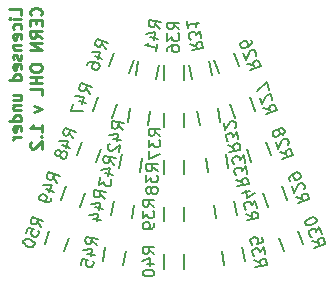
<source format=gbo>
G04 #@! TF.GenerationSoftware,KiCad,Pcbnew,5.0.2-bee76a0~70~ubuntu18.04.1*
G04 #@! TF.CreationDate,2019-07-24T00:54:38+02:00*
G04 #@! TF.ProjectId,DummyLoad,44756d6d-794c-46f6-9164-2e6b69636164,1.1*
G04 #@! TF.SameCoordinates,Original*
G04 #@! TF.FileFunction,Legend,Bot*
G04 #@! TF.FilePolarity,Positive*
%FSLAX46Y46*%
G04 Gerber Fmt 4.6, Leading zero omitted, Abs format (unit mm)*
G04 Created by KiCad (PCBNEW 5.0.2-bee76a0~70~ubuntu18.04.1) date Mi 24 Jul 2019 00:54:38 CEST*
%MOMM*%
%LPD*%
G01*
G04 APERTURE LIST*
%ADD10C,0.250000*%
%ADD11C,0.150000*%
G04 APERTURE END LIST*
D10*
X87077380Y-108119047D02*
X87077380Y-107642857D01*
X86077380Y-107642857D01*
X87077380Y-108452380D02*
X86410714Y-108452380D01*
X86077380Y-108452380D02*
X86125000Y-108404761D01*
X86172619Y-108452380D01*
X86125000Y-108500000D01*
X86077380Y-108452380D01*
X86172619Y-108452380D01*
X87029761Y-109357142D02*
X87077380Y-109261904D01*
X87077380Y-109071428D01*
X87029761Y-108976190D01*
X86982142Y-108928571D01*
X86886904Y-108880952D01*
X86601190Y-108880952D01*
X86505952Y-108928571D01*
X86458333Y-108976190D01*
X86410714Y-109071428D01*
X86410714Y-109261904D01*
X86458333Y-109357142D01*
X87029761Y-110166666D02*
X87077380Y-110071428D01*
X87077380Y-109880952D01*
X87029761Y-109785714D01*
X86934523Y-109738095D01*
X86553571Y-109738095D01*
X86458333Y-109785714D01*
X86410714Y-109880952D01*
X86410714Y-110071428D01*
X86458333Y-110166666D01*
X86553571Y-110214285D01*
X86648809Y-110214285D01*
X86744047Y-109738095D01*
X86410714Y-110642857D02*
X87077380Y-110642857D01*
X86505952Y-110642857D02*
X86458333Y-110690476D01*
X86410714Y-110785714D01*
X86410714Y-110928571D01*
X86458333Y-111023809D01*
X86553571Y-111071428D01*
X87077380Y-111071428D01*
X87029761Y-111500000D02*
X87077380Y-111595238D01*
X87077380Y-111785714D01*
X87029761Y-111880952D01*
X86934523Y-111928571D01*
X86886904Y-111928571D01*
X86791666Y-111880952D01*
X86744047Y-111785714D01*
X86744047Y-111642857D01*
X86696428Y-111547619D01*
X86601190Y-111500000D01*
X86553571Y-111500000D01*
X86458333Y-111547619D01*
X86410714Y-111642857D01*
X86410714Y-111785714D01*
X86458333Y-111880952D01*
X87029761Y-112738095D02*
X87077380Y-112642857D01*
X87077380Y-112452380D01*
X87029761Y-112357142D01*
X86934523Y-112309523D01*
X86553571Y-112309523D01*
X86458333Y-112357142D01*
X86410714Y-112452380D01*
X86410714Y-112642857D01*
X86458333Y-112738095D01*
X86553571Y-112785714D01*
X86648809Y-112785714D01*
X86744047Y-112309523D01*
X87077380Y-113642857D02*
X86077380Y-113642857D01*
X87029761Y-113642857D02*
X87077380Y-113547619D01*
X87077380Y-113357142D01*
X87029761Y-113261904D01*
X86982142Y-113214285D01*
X86886904Y-113166666D01*
X86601190Y-113166666D01*
X86505952Y-113214285D01*
X86458333Y-113261904D01*
X86410714Y-113357142D01*
X86410714Y-113547619D01*
X86458333Y-113642857D01*
X86410714Y-115309523D02*
X87077380Y-115309523D01*
X86410714Y-114880952D02*
X86934523Y-114880952D01*
X87029761Y-114928571D01*
X87077380Y-115023809D01*
X87077380Y-115166666D01*
X87029761Y-115261904D01*
X86982142Y-115309523D01*
X86410714Y-115785714D02*
X87077380Y-115785714D01*
X86505952Y-115785714D02*
X86458333Y-115833333D01*
X86410714Y-115928571D01*
X86410714Y-116071428D01*
X86458333Y-116166666D01*
X86553571Y-116214285D01*
X87077380Y-116214285D01*
X87077380Y-117119047D02*
X86077380Y-117119047D01*
X87029761Y-117119047D02*
X87077380Y-117023809D01*
X87077380Y-116833333D01*
X87029761Y-116738095D01*
X86982142Y-116690476D01*
X86886904Y-116642857D01*
X86601190Y-116642857D01*
X86505952Y-116690476D01*
X86458333Y-116738095D01*
X86410714Y-116833333D01*
X86410714Y-117023809D01*
X86458333Y-117119047D01*
X87029761Y-117976190D02*
X87077380Y-117880952D01*
X87077380Y-117690476D01*
X87029761Y-117595238D01*
X86934523Y-117547619D01*
X86553571Y-117547619D01*
X86458333Y-117595238D01*
X86410714Y-117690476D01*
X86410714Y-117880952D01*
X86458333Y-117976190D01*
X86553571Y-118023809D01*
X86648809Y-118023809D01*
X86744047Y-117547619D01*
X87077380Y-118452380D02*
X86410714Y-118452380D01*
X86601190Y-118452380D02*
X86505952Y-118500000D01*
X86458333Y-118547619D01*
X86410714Y-118642857D01*
X86410714Y-118738095D01*
X88732142Y-108166666D02*
X88779761Y-108119047D01*
X88827380Y-107976190D01*
X88827380Y-107880952D01*
X88779761Y-107738095D01*
X88684523Y-107642857D01*
X88589285Y-107595238D01*
X88398809Y-107547619D01*
X88255952Y-107547619D01*
X88065476Y-107595238D01*
X87970238Y-107642857D01*
X87875000Y-107738095D01*
X87827380Y-107880952D01*
X87827380Y-107976190D01*
X87875000Y-108119047D01*
X87922619Y-108166666D01*
X88303571Y-108595238D02*
X88303571Y-108928571D01*
X88827380Y-109071428D02*
X88827380Y-108595238D01*
X87827380Y-108595238D01*
X87827380Y-109071428D01*
X88827380Y-110071428D02*
X88351190Y-109738095D01*
X88827380Y-109500000D02*
X87827380Y-109500000D01*
X87827380Y-109880952D01*
X87875000Y-109976190D01*
X87922619Y-110023809D01*
X88017857Y-110071428D01*
X88160714Y-110071428D01*
X88255952Y-110023809D01*
X88303571Y-109976190D01*
X88351190Y-109880952D01*
X88351190Y-109500000D01*
X88827380Y-110500000D02*
X87827380Y-110500000D01*
X88827380Y-111071428D01*
X87827380Y-111071428D01*
X87827380Y-112500000D02*
X87827380Y-112690476D01*
X87875000Y-112785714D01*
X87970238Y-112880952D01*
X88160714Y-112928571D01*
X88494047Y-112928571D01*
X88684523Y-112880952D01*
X88779761Y-112785714D01*
X88827380Y-112690476D01*
X88827380Y-112500000D01*
X88779761Y-112404761D01*
X88684523Y-112309523D01*
X88494047Y-112261904D01*
X88160714Y-112261904D01*
X87970238Y-112309523D01*
X87875000Y-112404761D01*
X87827380Y-112500000D01*
X88827380Y-113357142D02*
X87827380Y-113357142D01*
X88303571Y-113357142D02*
X88303571Y-113928571D01*
X88827380Y-113928571D02*
X87827380Y-113928571D01*
X88827380Y-114880952D02*
X88827380Y-114404761D01*
X87827380Y-114404761D01*
X88160714Y-115880952D02*
X88827380Y-116119047D01*
X88160714Y-116357142D01*
X88827380Y-118023809D02*
X88827380Y-117452380D01*
X88827380Y-117738095D02*
X87827380Y-117738095D01*
X87970238Y-117642857D01*
X88065476Y-117547619D01*
X88113095Y-117452380D01*
X88732142Y-118452380D02*
X88779761Y-118500000D01*
X88827380Y-118452380D01*
X88779761Y-118404761D01*
X88732142Y-118452380D01*
X88827380Y-118452380D01*
X87922619Y-118880952D02*
X87875000Y-118928571D01*
X87827380Y-119023809D01*
X87827380Y-119261904D01*
X87875000Y-119357142D01*
X87922619Y-119404761D01*
X88017857Y-119452380D01*
X88113095Y-119452380D01*
X88255952Y-119404761D01*
X88827380Y-118833333D01*
X88827380Y-119452380D01*
D11*
G04 #@! TO.C,R26*
X103418819Y-111951456D02*
X103829243Y-113079087D01*
X105473705Y-112480552D02*
X105063281Y-111352921D01*
G04 #@! TO.C,R27*
X104786899Y-115710227D02*
X105197323Y-116837858D01*
X106841785Y-116239323D02*
X106431361Y-115111692D01*
G04 #@! TO.C,R28*
X108209866Y-119998093D02*
X107799442Y-118870462D01*
X106154980Y-119468997D02*
X106565404Y-120596628D01*
G04 #@! TO.C,R29*
X107523061Y-123227767D02*
X107933485Y-124355398D01*
X109577947Y-123756863D02*
X109167523Y-122629232D01*
G04 #@! TO.C,R30*
X110946027Y-127515634D02*
X110535603Y-126388003D01*
X108891141Y-126986538D02*
X109301565Y-128114169D01*
G04 #@! TO.C,R31*
X101291530Y-112363558D02*
X101499908Y-113545327D01*
X103223322Y-113241442D02*
X103014944Y-112059673D01*
G04 #@! TO.C,R32*
X103917914Y-117180673D02*
X103709536Y-115998904D01*
X101986122Y-116302789D02*
X102194500Y-117484558D01*
G04 #@! TO.C,R33*
X102680715Y-120242020D02*
X102889093Y-121423789D01*
X104612507Y-121119904D02*
X104404129Y-119938135D01*
G04 #@! TO.C,R34*
X105307100Y-125059135D02*
X105098722Y-123877366D01*
X103375308Y-124181251D02*
X103583686Y-125363020D01*
G04 #@! TO.C,R35*
X104069900Y-128120482D02*
X104278278Y-129302251D01*
X106001692Y-128998366D02*
X105793314Y-127816597D01*
G04 #@! TO.C,R36*
X100875000Y-113600000D02*
X100875000Y-112400000D01*
X99125000Y-112400000D02*
X99125000Y-113600000D01*
G04 #@! TO.C,R37*
X99125000Y-116400000D02*
X99125000Y-117600000D01*
X100875000Y-117600000D02*
X100875000Y-116400000D01*
G04 #@! TO.C,R38*
X100875000Y-121600000D02*
X100875000Y-120400000D01*
X99125000Y-120400000D02*
X99125000Y-121600000D01*
G04 #@! TO.C,R39*
X100875000Y-125600000D02*
X100875000Y-124400000D01*
X99125000Y-124400000D02*
X99125000Y-125600000D01*
G04 #@! TO.C,R40*
X100875000Y-129600000D02*
X100875000Y-128400000D01*
X99125000Y-128400000D02*
X99125000Y-129600000D01*
G04 #@! TO.C,R41*
X96985056Y-112059673D02*
X96776678Y-113241442D01*
X98500092Y-113545327D02*
X98708470Y-112363558D01*
G04 #@! TO.C,R42*
X97805500Y-117484558D02*
X98013878Y-116302789D01*
X96290464Y-115998904D02*
X96082086Y-117180673D01*
G04 #@! TO.C,R43*
X95595871Y-119938135D02*
X95387493Y-121119904D01*
X97110907Y-121423789D02*
X97319285Y-120242020D01*
G04 #@! TO.C,R44*
X96416314Y-125363020D02*
X96624692Y-124181251D01*
X94901278Y-123877366D02*
X94692900Y-125059135D01*
G04 #@! TO.C,R45*
X94206686Y-127816597D02*
X93998308Y-128998366D01*
X95721722Y-129302251D02*
X95930100Y-128120482D01*
G04 #@! TO.C,R46*
X96170757Y-113079087D02*
X96581181Y-111951456D01*
X94936719Y-111352921D02*
X94526295Y-112480552D01*
G04 #@! TO.C,R47*
X93568639Y-115111692D02*
X93158215Y-116239323D01*
X94802677Y-116837858D02*
X95213101Y-115710227D01*
G04 #@! TO.C,R48*
X93434596Y-120596628D02*
X93845020Y-119468997D01*
X92200558Y-118870462D02*
X91790134Y-119998093D01*
G04 #@! TO.C,R49*
X90832477Y-122629232D02*
X90422053Y-123756863D01*
X92066515Y-124355398D02*
X92476939Y-123227767D01*
G04 #@! TO.C,R50*
X90698435Y-128114169D02*
X91108859Y-126986538D01*
X89464397Y-126388003D02*
X89053973Y-127515634D01*
G04 #@! TO.C,R26*
X106214388Y-112256573D02*
X106775867Y-112406937D01*
X106409828Y-112793540D02*
X107349520Y-112451520D01*
X107219227Y-112093542D01*
X107141906Y-112020334D01*
X107080872Y-111991873D01*
X106975091Y-111979700D01*
X106840849Y-112028560D01*
X106767641Y-112105880D01*
X106739181Y-112166914D01*
X106727007Y-112272695D01*
X106857300Y-112630673D01*
X106934292Y-111589148D02*
X106962753Y-111528114D01*
X106974927Y-111422333D01*
X106893493Y-111198597D01*
X106816173Y-111125389D01*
X106755139Y-111096928D01*
X106649358Y-111084754D01*
X106559863Y-111117328D01*
X106441908Y-111210935D01*
X106100381Y-111943342D01*
X105888654Y-111361628D01*
X106535187Y-110214157D02*
X106600333Y-110393146D01*
X106588159Y-110498927D01*
X106559699Y-110559961D01*
X106458030Y-110698315D01*
X106295328Y-110808209D01*
X105937350Y-110938503D01*
X105831569Y-110926329D01*
X105770535Y-110897868D01*
X105693214Y-110824660D01*
X105628067Y-110645671D01*
X105640241Y-110539890D01*
X105668702Y-110478856D01*
X105741910Y-110401536D01*
X105965646Y-110320102D01*
X106071427Y-110332276D01*
X106132461Y-110360737D01*
X106209782Y-110433945D01*
X106274928Y-110612934D01*
X106262755Y-110718715D01*
X106234294Y-110779749D01*
X106161086Y-110857069D01*
G04 #@! TO.C,R27*
X107582468Y-116015344D02*
X108143947Y-116165708D01*
X107777908Y-116552311D02*
X108717600Y-116210291D01*
X108587307Y-115852313D01*
X108509986Y-115779105D01*
X108448952Y-115750644D01*
X108343171Y-115738471D01*
X108208929Y-115787331D01*
X108135721Y-115864651D01*
X108107261Y-115925685D01*
X108095087Y-116031466D01*
X108225380Y-116389444D01*
X108302372Y-115347919D02*
X108330833Y-115286885D01*
X108343007Y-115181104D01*
X108261573Y-114957368D01*
X108184253Y-114884160D01*
X108123219Y-114855699D01*
X108017438Y-114843525D01*
X107927943Y-114876099D01*
X107809988Y-114969706D01*
X107468461Y-115702113D01*
X107256734Y-115120399D01*
X108082420Y-114465148D02*
X107854407Y-113838686D01*
X107061294Y-114583431D01*
G04 #@! TO.C,R28*
X108950549Y-119774114D02*
X109512028Y-119924478D01*
X109145989Y-120311081D02*
X110085681Y-119969061D01*
X109955388Y-119611083D01*
X109878067Y-119537875D01*
X109817033Y-119509414D01*
X109711252Y-119497241D01*
X109577010Y-119546101D01*
X109503802Y-119623421D01*
X109475342Y-119684455D01*
X109463168Y-119790236D01*
X109593461Y-120148214D01*
X109670453Y-119106689D02*
X109698914Y-119045655D01*
X109711088Y-118939874D01*
X109629654Y-118716138D01*
X109552334Y-118642930D01*
X109491300Y-118614469D01*
X109385519Y-118602295D01*
X109296024Y-118634869D01*
X109178069Y-118728476D01*
X108836542Y-119460883D01*
X108624815Y-118879169D01*
X108966342Y-118146761D02*
X109043663Y-118219969D01*
X109104697Y-118248430D01*
X109210478Y-118260604D01*
X109255225Y-118244317D01*
X109328433Y-118166996D01*
X109356894Y-118105963D01*
X109369068Y-118000181D01*
X109303921Y-117821192D01*
X109226600Y-117747984D01*
X109165566Y-117719524D01*
X109059785Y-117707350D01*
X109015038Y-117723637D01*
X108941830Y-117800957D01*
X108913369Y-117861991D01*
X108901196Y-117967772D01*
X108966342Y-118146761D01*
X108954168Y-118252543D01*
X108925708Y-118313577D01*
X108852500Y-118390897D01*
X108673511Y-118456044D01*
X108567730Y-118443870D01*
X108506696Y-118415409D01*
X108429375Y-118342201D01*
X108364228Y-118163212D01*
X108376402Y-118057431D01*
X108404863Y-117996397D01*
X108478071Y-117919077D01*
X108657060Y-117853930D01*
X108762841Y-117866104D01*
X108823875Y-117894564D01*
X108901196Y-117967772D01*
G04 #@! TO.C,R29*
X110318630Y-123532884D02*
X110880109Y-123683248D01*
X110514070Y-124069851D02*
X111453762Y-123727831D01*
X111323469Y-123369853D01*
X111246148Y-123296645D01*
X111185114Y-123268184D01*
X111079333Y-123256011D01*
X110945091Y-123304871D01*
X110871883Y-123382191D01*
X110843423Y-123443225D01*
X110831249Y-123549006D01*
X110961542Y-123906984D01*
X111038534Y-122865459D02*
X111066995Y-122804425D01*
X111079169Y-122698644D01*
X110997735Y-122474908D01*
X110920415Y-122401700D01*
X110859381Y-122373239D01*
X110753600Y-122361065D01*
X110664105Y-122393639D01*
X110546150Y-122487246D01*
X110204623Y-123219653D01*
X109992896Y-122637939D01*
X109830029Y-122190466D02*
X109764883Y-122011477D01*
X109777057Y-121905696D01*
X109805517Y-121844662D01*
X109907186Y-121706307D01*
X110069888Y-121596413D01*
X110427866Y-121466120D01*
X110533647Y-121478294D01*
X110594681Y-121506754D01*
X110672002Y-121579962D01*
X110737149Y-121758951D01*
X110724975Y-121864733D01*
X110696514Y-121925766D01*
X110623306Y-122003087D01*
X110399570Y-122084520D01*
X110293789Y-122072347D01*
X110232755Y-122043886D01*
X110155434Y-121970678D01*
X110090287Y-121791689D01*
X110102461Y-121685908D01*
X110130922Y-121624874D01*
X110204130Y-121547553D01*
G04 #@! TO.C,R30*
X111686710Y-127291655D02*
X112248189Y-127442019D01*
X111882150Y-127828622D02*
X112821842Y-127486602D01*
X112691549Y-127128624D01*
X112614228Y-127055416D01*
X112553194Y-127026955D01*
X112447413Y-127014782D01*
X112313171Y-127063642D01*
X112239963Y-127140962D01*
X112211503Y-127201996D01*
X112199329Y-127307777D01*
X112329622Y-127665755D01*
X112512395Y-126636404D02*
X112300669Y-126054690D01*
X112056697Y-126498214D01*
X112007837Y-126363972D01*
X111930517Y-126290764D01*
X111869483Y-126262304D01*
X111763701Y-126250130D01*
X111539965Y-126331563D01*
X111466757Y-126408884D01*
X111438297Y-126469918D01*
X111426123Y-126575699D01*
X111523843Y-126844182D01*
X111601163Y-126917390D01*
X111662197Y-126945851D01*
X112088942Y-125472975D02*
X112056369Y-125383481D01*
X111979048Y-125310273D01*
X111918014Y-125281812D01*
X111812233Y-125269638D01*
X111616957Y-125290038D01*
X111393221Y-125371471D01*
X111230518Y-125481365D01*
X111157310Y-125558685D01*
X111128850Y-125619719D01*
X111116676Y-125725501D01*
X111149249Y-125814995D01*
X111226570Y-125888203D01*
X111287604Y-125916664D01*
X111393385Y-125928838D01*
X111588661Y-125908438D01*
X111812397Y-125827005D01*
X111975100Y-125717111D01*
X112048307Y-125639790D01*
X112076768Y-125578756D01*
X112088942Y-125472975D01*
G04 #@! TO.C,R31*
X101402603Y-110559722D02*
X101929442Y-110805302D01*
X101501831Y-111122470D02*
X102486638Y-110948821D01*
X102420487Y-110573657D01*
X102357053Y-110488134D01*
X102301889Y-110449508D01*
X102199829Y-110419150D01*
X102059142Y-110443957D01*
X101973619Y-110507390D01*
X101934993Y-110562555D01*
X101904635Y-110664615D01*
X101970787Y-111039780D01*
X102329528Y-110057805D02*
X102222032Y-109448162D01*
X101904750Y-109842583D01*
X101879943Y-109701896D01*
X101816509Y-109616374D01*
X101761345Y-109577747D01*
X101659284Y-109547390D01*
X101424806Y-109588734D01*
X101339284Y-109652168D01*
X101300658Y-109707332D01*
X101270300Y-109809393D01*
X101319914Y-110090766D01*
X101383347Y-110176289D01*
X101438512Y-110214915D01*
X101071845Y-108683898D02*
X101171072Y-109246645D01*
X101121459Y-108965272D02*
X102106266Y-108791624D01*
X101982117Y-108910222D01*
X101904864Y-109020551D01*
X101874506Y-109122611D01*
G04 #@! TO.C,R32*
X104541129Y-119145154D02*
X105067968Y-119390734D01*
X104640357Y-119707902D02*
X105625164Y-119534253D01*
X105559013Y-119159089D01*
X105495579Y-119073566D01*
X105440415Y-119034940D01*
X105338355Y-119004582D01*
X105197668Y-119029389D01*
X105112145Y-119092822D01*
X105073519Y-119147987D01*
X105043161Y-119250047D01*
X105109313Y-119625212D01*
X105468054Y-118643237D02*
X105360558Y-118033594D01*
X105043276Y-118428015D01*
X105018469Y-118287328D01*
X104955035Y-118201806D01*
X104899871Y-118163179D01*
X104797810Y-118132822D01*
X104563332Y-118174166D01*
X104477810Y-118237600D01*
X104439184Y-118292764D01*
X104408826Y-118394825D01*
X104458440Y-118676198D01*
X104521873Y-118761721D01*
X104577038Y-118800347D01*
X105200615Y-117674967D02*
X105239241Y-117619802D01*
X105269599Y-117517742D01*
X105228254Y-117283264D01*
X105164821Y-117197742D01*
X105109656Y-117159115D01*
X105007596Y-117128758D01*
X104913805Y-117145296D01*
X104781387Y-117216998D01*
X104317867Y-117878973D01*
X104210371Y-117269330D01*
G04 #@! TO.C,R33*
X105259035Y-122064848D02*
X105785874Y-122310428D01*
X105358263Y-122627596D02*
X106343070Y-122453947D01*
X106276919Y-122078783D01*
X106213485Y-121993260D01*
X106158321Y-121954634D01*
X106056261Y-121924276D01*
X105915574Y-121949083D01*
X105830051Y-122012516D01*
X105791425Y-122067681D01*
X105761067Y-122169741D01*
X105827219Y-122544906D01*
X106185960Y-121562931D02*
X106078464Y-120953288D01*
X105761182Y-121347709D01*
X105736375Y-121207022D01*
X105672941Y-121121500D01*
X105617777Y-121082873D01*
X105515716Y-121052516D01*
X105281238Y-121093860D01*
X105195716Y-121157294D01*
X105157090Y-121212458D01*
X105126732Y-121314519D01*
X105176346Y-121595892D01*
X105239779Y-121681415D01*
X105294944Y-121720041D01*
X106020581Y-120625019D02*
X105913085Y-120015376D01*
X105595802Y-120409797D01*
X105570996Y-120269110D01*
X105507562Y-120183588D01*
X105452397Y-120144961D01*
X105350337Y-120114603D01*
X105115859Y-120155948D01*
X105030337Y-120219382D01*
X104991710Y-120274546D01*
X104961353Y-120376606D01*
X105010966Y-120657980D01*
X105074400Y-120743502D01*
X105129564Y-120782129D01*
G04 #@! TO.C,R34*
X106075422Y-124967177D02*
X106602261Y-125212757D01*
X106174650Y-125529925D02*
X107159457Y-125356276D01*
X107093306Y-124981112D01*
X107029872Y-124895589D01*
X106974708Y-124856963D01*
X106872648Y-124826605D01*
X106731961Y-124851412D01*
X106646438Y-124914845D01*
X106607812Y-124970010D01*
X106577454Y-125072070D01*
X106643606Y-125447235D01*
X107002347Y-124465260D02*
X106894851Y-123855617D01*
X106577569Y-124250038D01*
X106552762Y-124109351D01*
X106489328Y-124023829D01*
X106434164Y-123985202D01*
X106332103Y-123954845D01*
X106097625Y-123996189D01*
X106012103Y-124059623D01*
X105973477Y-124114787D01*
X105943119Y-124216848D01*
X105992733Y-124498221D01*
X106056166Y-124583744D01*
X106111331Y-124622370D01*
X106417740Y-123069379D02*
X105761202Y-123185144D01*
X106834250Y-123237705D02*
X106172161Y-123596218D01*
X106064664Y-122986575D01*
G04 #@! TO.C,R35*
X106770014Y-128906408D02*
X107296853Y-129151988D01*
X106869242Y-129469156D02*
X107854049Y-129295507D01*
X107787898Y-128920343D01*
X107724464Y-128834820D01*
X107669300Y-128796194D01*
X107567240Y-128765836D01*
X107426553Y-128790643D01*
X107341030Y-128854076D01*
X107302404Y-128909241D01*
X107272046Y-129011301D01*
X107338198Y-129386466D01*
X107696939Y-128404491D02*
X107589443Y-127794848D01*
X107272161Y-128189269D01*
X107247354Y-128048582D01*
X107183920Y-127963060D01*
X107128756Y-127924433D01*
X107026695Y-127894076D01*
X106792217Y-127935420D01*
X106706695Y-127998854D01*
X106668069Y-128054018D01*
X106637711Y-128156079D01*
X106687325Y-128437452D01*
X106750758Y-128522975D01*
X106805923Y-128561601D01*
X107432332Y-126903831D02*
X107515022Y-127372788D01*
X107054335Y-127502373D01*
X107092962Y-127447208D01*
X107123319Y-127345148D01*
X107081975Y-127110670D01*
X107018541Y-127025148D01*
X106963376Y-126986521D01*
X106861316Y-126956163D01*
X106626838Y-126997508D01*
X106541316Y-127060942D01*
X106502689Y-127116106D01*
X106472332Y-127218166D01*
X106513676Y-127452645D01*
X106577110Y-127538167D01*
X106632275Y-127576793D01*
G04 #@! TO.C,R36*
X100452380Y-109357142D02*
X99976190Y-109023809D01*
X100452380Y-108785714D02*
X99452380Y-108785714D01*
X99452380Y-109166666D01*
X99500000Y-109261904D01*
X99547619Y-109309523D01*
X99642857Y-109357142D01*
X99785714Y-109357142D01*
X99880952Y-109309523D01*
X99928571Y-109261904D01*
X99976190Y-109166666D01*
X99976190Y-108785714D01*
X99452380Y-109690476D02*
X99452380Y-110309523D01*
X99833333Y-109976190D01*
X99833333Y-110119047D01*
X99880952Y-110214285D01*
X99928571Y-110261904D01*
X100023809Y-110309523D01*
X100261904Y-110309523D01*
X100357142Y-110261904D01*
X100404761Y-110214285D01*
X100452380Y-110119047D01*
X100452380Y-109833333D01*
X100404761Y-109738095D01*
X100357142Y-109690476D01*
X99452380Y-111166666D02*
X99452380Y-110976190D01*
X99500000Y-110880952D01*
X99547619Y-110833333D01*
X99690476Y-110738095D01*
X99880952Y-110690476D01*
X100261904Y-110690476D01*
X100357142Y-110738095D01*
X100404761Y-110785714D01*
X100452380Y-110880952D01*
X100452380Y-111071428D01*
X100404761Y-111166666D01*
X100357142Y-111214285D01*
X100261904Y-111261904D01*
X100023809Y-111261904D01*
X99928571Y-111214285D01*
X99880952Y-111166666D01*
X99833333Y-111071428D01*
X99833333Y-110880952D01*
X99880952Y-110785714D01*
X99928571Y-110738095D01*
X100023809Y-110690476D01*
G04 #@! TO.C,R37*
X98852380Y-118357142D02*
X98376190Y-118023809D01*
X98852380Y-117785714D02*
X97852380Y-117785714D01*
X97852380Y-118166666D01*
X97900000Y-118261904D01*
X97947619Y-118309523D01*
X98042857Y-118357142D01*
X98185714Y-118357142D01*
X98280952Y-118309523D01*
X98328571Y-118261904D01*
X98376190Y-118166666D01*
X98376190Y-117785714D01*
X97852380Y-118690476D02*
X97852380Y-119309523D01*
X98233333Y-118976190D01*
X98233333Y-119119047D01*
X98280952Y-119214285D01*
X98328571Y-119261904D01*
X98423809Y-119309523D01*
X98661904Y-119309523D01*
X98757142Y-119261904D01*
X98804761Y-119214285D01*
X98852380Y-119119047D01*
X98852380Y-118833333D01*
X98804761Y-118738095D01*
X98757142Y-118690476D01*
X97852380Y-119642857D02*
X97852380Y-120309523D01*
X98852380Y-119880952D01*
G04 #@! TO.C,R38*
X98652380Y-121357142D02*
X98176190Y-121023809D01*
X98652380Y-120785714D02*
X97652380Y-120785714D01*
X97652380Y-121166666D01*
X97700000Y-121261904D01*
X97747619Y-121309523D01*
X97842857Y-121357142D01*
X97985714Y-121357142D01*
X98080952Y-121309523D01*
X98128571Y-121261904D01*
X98176190Y-121166666D01*
X98176190Y-120785714D01*
X97652380Y-121690476D02*
X97652380Y-122309523D01*
X98033333Y-121976190D01*
X98033333Y-122119047D01*
X98080952Y-122214285D01*
X98128571Y-122261904D01*
X98223809Y-122309523D01*
X98461904Y-122309523D01*
X98557142Y-122261904D01*
X98604761Y-122214285D01*
X98652380Y-122119047D01*
X98652380Y-121833333D01*
X98604761Y-121738095D01*
X98557142Y-121690476D01*
X98080952Y-122880952D02*
X98033333Y-122785714D01*
X97985714Y-122738095D01*
X97890476Y-122690476D01*
X97842857Y-122690476D01*
X97747619Y-122738095D01*
X97700000Y-122785714D01*
X97652380Y-122880952D01*
X97652380Y-123071428D01*
X97700000Y-123166666D01*
X97747619Y-123214285D01*
X97842857Y-123261904D01*
X97890476Y-123261904D01*
X97985714Y-123214285D01*
X98033333Y-123166666D01*
X98080952Y-123071428D01*
X98080952Y-122880952D01*
X98128571Y-122785714D01*
X98176190Y-122738095D01*
X98271428Y-122690476D01*
X98461904Y-122690476D01*
X98557142Y-122738095D01*
X98604761Y-122785714D01*
X98652380Y-122880952D01*
X98652380Y-123071428D01*
X98604761Y-123166666D01*
X98557142Y-123214285D01*
X98461904Y-123261904D01*
X98271428Y-123261904D01*
X98176190Y-123214285D01*
X98128571Y-123166666D01*
X98080952Y-123071428D01*
G04 #@! TO.C,R39*
X98352380Y-124357142D02*
X97876190Y-124023809D01*
X98352380Y-123785714D02*
X97352380Y-123785714D01*
X97352380Y-124166666D01*
X97400000Y-124261904D01*
X97447619Y-124309523D01*
X97542857Y-124357142D01*
X97685714Y-124357142D01*
X97780952Y-124309523D01*
X97828571Y-124261904D01*
X97876190Y-124166666D01*
X97876190Y-123785714D01*
X97352380Y-124690476D02*
X97352380Y-125309523D01*
X97733333Y-124976190D01*
X97733333Y-125119047D01*
X97780952Y-125214285D01*
X97828571Y-125261904D01*
X97923809Y-125309523D01*
X98161904Y-125309523D01*
X98257142Y-125261904D01*
X98304761Y-125214285D01*
X98352380Y-125119047D01*
X98352380Y-124833333D01*
X98304761Y-124738095D01*
X98257142Y-124690476D01*
X98352380Y-125785714D02*
X98352380Y-125976190D01*
X98304761Y-126071428D01*
X98257142Y-126119047D01*
X98114285Y-126214285D01*
X97923809Y-126261904D01*
X97542857Y-126261904D01*
X97447619Y-126214285D01*
X97400000Y-126166666D01*
X97352380Y-126071428D01*
X97352380Y-125880952D01*
X97400000Y-125785714D01*
X97447619Y-125738095D01*
X97542857Y-125690476D01*
X97780952Y-125690476D01*
X97876190Y-125738095D01*
X97923809Y-125785714D01*
X97971428Y-125880952D01*
X97971428Y-126071428D01*
X97923809Y-126166666D01*
X97876190Y-126214285D01*
X97780952Y-126261904D01*
G04 #@! TO.C,R40*
X98352380Y-128357142D02*
X97876190Y-128023809D01*
X98352380Y-127785714D02*
X97352380Y-127785714D01*
X97352380Y-128166666D01*
X97400000Y-128261904D01*
X97447619Y-128309523D01*
X97542857Y-128357142D01*
X97685714Y-128357142D01*
X97780952Y-128309523D01*
X97828571Y-128261904D01*
X97876190Y-128166666D01*
X97876190Y-127785714D01*
X97685714Y-129214285D02*
X98352380Y-129214285D01*
X97304761Y-128976190D02*
X98019047Y-128738095D01*
X98019047Y-129357142D01*
X97352380Y-129928571D02*
X97352380Y-130023809D01*
X97400000Y-130119047D01*
X97447619Y-130166666D01*
X97542857Y-130214285D01*
X97733333Y-130261904D01*
X97971428Y-130261904D01*
X98161904Y-130214285D01*
X98257142Y-130166666D01*
X98304761Y-130119047D01*
X98352380Y-130023809D01*
X98352380Y-129928571D01*
X98304761Y-129833333D01*
X98257142Y-129785714D01*
X98161904Y-129738095D01*
X97971428Y-129690476D01*
X97733333Y-129690476D01*
X97542857Y-129738095D01*
X97447619Y-129785714D01*
X97400000Y-129833333D01*
X97352380Y-129928571D01*
G04 #@! TO.C,R41*
X98820658Y-109293541D02*
X98409584Y-108882582D01*
X98919885Y-108730794D02*
X97935078Y-108557145D01*
X97868926Y-108932310D01*
X97899284Y-109034370D01*
X97937910Y-109089535D01*
X98023432Y-109152969D01*
X98164119Y-109177775D01*
X98266179Y-109147418D01*
X98321344Y-109108791D01*
X98384778Y-109023269D01*
X98450929Y-108648104D01*
X98015278Y-110021896D02*
X98671816Y-110137662D01*
X97681458Y-109721267D02*
X98426237Y-109610823D01*
X98318740Y-110220466D01*
X98489899Y-111169365D02*
X98589127Y-110606618D01*
X98539513Y-110887992D02*
X97554705Y-110714343D01*
X97711930Y-110645359D01*
X97822259Y-110568106D01*
X97885693Y-110482584D01*
G04 #@! TO.C,R42*
X95682132Y-117878973D02*
X95271058Y-117468014D01*
X95781359Y-117316226D02*
X94796552Y-117142577D01*
X94730400Y-117517742D01*
X94760758Y-117619802D01*
X94799384Y-117674967D01*
X94884906Y-117738401D01*
X95025593Y-117763207D01*
X95127653Y-117732850D01*
X95182818Y-117694223D01*
X95246252Y-117608701D01*
X95312403Y-117233536D01*
X94876752Y-118607328D02*
X95533290Y-118723094D01*
X94542932Y-118306699D02*
X95287711Y-118196255D01*
X95180214Y-118805898D01*
X94559584Y-119034940D02*
X94504420Y-119073566D01*
X94440986Y-119159089D01*
X94399641Y-119393567D01*
X94429999Y-119495627D01*
X94468626Y-119550791D01*
X94554148Y-119614225D01*
X94647939Y-119630763D01*
X94796895Y-119608674D01*
X95458870Y-119145154D01*
X95351373Y-119754797D01*
G04 #@! TO.C,R43*
X94964226Y-120798667D02*
X94553152Y-120387708D01*
X95063453Y-120235920D02*
X94078646Y-120062271D01*
X94012494Y-120437436D01*
X94042852Y-120539496D01*
X94081478Y-120594661D01*
X94167000Y-120658095D01*
X94307687Y-120682901D01*
X94409747Y-120652544D01*
X94464912Y-120613917D01*
X94528346Y-120528395D01*
X94594497Y-120153230D01*
X94158846Y-121527022D02*
X94815384Y-121642788D01*
X93825026Y-121226393D02*
X94569805Y-121115949D01*
X94462308Y-121725592D01*
X93756156Y-121891200D02*
X93648660Y-122500843D01*
X94081707Y-122238725D01*
X94056900Y-122379412D01*
X94087258Y-122481472D01*
X94125885Y-122536637D01*
X94211407Y-122600071D01*
X94445885Y-122641415D01*
X94547945Y-122611058D01*
X94603110Y-122572431D01*
X94666543Y-122486909D01*
X94716157Y-122205535D01*
X94685799Y-122103475D01*
X94647173Y-122048310D01*
G04 #@! TO.C,R44*
X94147839Y-123700996D02*
X93736765Y-123290037D01*
X94247066Y-123138249D02*
X93262259Y-122964600D01*
X93196107Y-123339765D01*
X93226465Y-123441825D01*
X93265091Y-123496990D01*
X93350613Y-123560424D01*
X93491300Y-123585230D01*
X93593360Y-123554873D01*
X93648525Y-123516246D01*
X93711959Y-123430724D01*
X93778110Y-123055559D01*
X93342459Y-124429351D02*
X93998997Y-124545117D01*
X93008639Y-124128722D02*
X93753418Y-124018278D01*
X93645921Y-124627921D01*
X93177080Y-125367264D02*
X93833618Y-125483029D01*
X92843260Y-125066634D02*
X93588039Y-124956190D01*
X93480542Y-125565833D01*
G04 #@! TO.C,R45*
X93453247Y-127640227D02*
X93042173Y-127229268D01*
X93552474Y-127077480D02*
X92567667Y-126903831D01*
X92501515Y-127278996D01*
X92531873Y-127381056D01*
X92570499Y-127436221D01*
X92656021Y-127499655D01*
X92796708Y-127524461D01*
X92898768Y-127494104D01*
X92953933Y-127455477D01*
X93017367Y-127369955D01*
X93083518Y-126994790D01*
X92647867Y-128368582D02*
X93304405Y-128484348D01*
X92314047Y-128067953D02*
X93058826Y-127957509D01*
X92951329Y-128567152D01*
X92145950Y-129295507D02*
X92228639Y-128826551D01*
X92705864Y-128862345D01*
X92650700Y-128900972D01*
X92587266Y-128986494D01*
X92545921Y-129220972D01*
X92576279Y-129323032D01*
X92614906Y-129378197D01*
X92700428Y-129441631D01*
X92934906Y-129482975D01*
X93036966Y-129452618D01*
X93092131Y-129413991D01*
X93155564Y-129328469D01*
X93196909Y-129093991D01*
X93166551Y-128991931D01*
X93127925Y-128936766D01*
G04 #@! TO.C,R46*
X94225352Y-111048397D02*
X93891886Y-110572299D01*
X94420792Y-110511430D02*
X93481099Y-110169409D01*
X93350806Y-110527388D01*
X93362980Y-110633169D01*
X93391440Y-110694203D01*
X93464648Y-110771523D01*
X93598890Y-110820383D01*
X93704671Y-110808209D01*
X93765705Y-110779749D01*
X93843026Y-110706541D01*
X93973319Y-110348563D01*
X93305730Y-111625834D02*
X93932192Y-111853848D01*
X93029185Y-111271804D02*
X93781827Y-111292368D01*
X93570101Y-111874083D01*
X92666765Y-112406773D02*
X92731912Y-112227784D01*
X92809233Y-112154576D01*
X92870267Y-112126115D01*
X93037082Y-112085481D01*
X93232358Y-112105880D01*
X93590336Y-112236174D01*
X93663544Y-112313494D01*
X93692004Y-112374528D01*
X93704178Y-112480309D01*
X93639031Y-112659298D01*
X93561711Y-112732506D01*
X93500677Y-112760967D01*
X93394896Y-112773141D01*
X93171159Y-112691707D01*
X93097951Y-112614387D01*
X93069491Y-112553353D01*
X93057317Y-112447572D01*
X93122464Y-112268583D01*
X93199784Y-112195375D01*
X93260818Y-112166914D01*
X93366599Y-112154740D01*
G04 #@! TO.C,R47*
X92857272Y-114807168D02*
X92523806Y-114331070D01*
X93052712Y-114270201D02*
X92113019Y-113928180D01*
X91982726Y-114286159D01*
X91994900Y-114391940D01*
X92023360Y-114452974D01*
X92096568Y-114530294D01*
X92230810Y-114579154D01*
X92336591Y-114566980D01*
X92397625Y-114538520D01*
X92474946Y-114465312D01*
X92605239Y-114107334D01*
X91937650Y-115384605D02*
X92564112Y-115612619D01*
X91661105Y-115030575D02*
X92413747Y-115051139D01*
X92202021Y-115632854D01*
X91477839Y-115673324D02*
X91249825Y-116299786D01*
X92336098Y-116239080D01*
G04 #@! TO.C,R48*
X91489191Y-118565938D02*
X91155725Y-118089840D01*
X91684631Y-118028971D02*
X90744938Y-117686950D01*
X90614645Y-118044929D01*
X90626819Y-118150710D01*
X90655279Y-118211744D01*
X90728487Y-118289064D01*
X90862729Y-118337924D01*
X90968510Y-118325750D01*
X91029544Y-118297290D01*
X91106865Y-118224082D01*
X91237158Y-117866104D01*
X90569569Y-119143375D02*
X91196031Y-119371389D01*
X90293024Y-118789345D02*
X91045666Y-118809909D01*
X90833940Y-119391624D01*
X90431050Y-119802410D02*
X90418876Y-119696629D01*
X90390415Y-119635595D01*
X90317207Y-119558275D01*
X90272460Y-119541988D01*
X90166679Y-119554162D01*
X90105645Y-119582622D01*
X90028324Y-119655830D01*
X89963178Y-119834819D01*
X89975352Y-119940600D01*
X90003812Y-120001634D01*
X90077020Y-120078955D01*
X90121767Y-120095242D01*
X90227549Y-120083068D01*
X90288583Y-120054607D01*
X90365903Y-119981399D01*
X90431050Y-119802410D01*
X90508370Y-119729202D01*
X90569404Y-119700742D01*
X90675186Y-119688568D01*
X90854175Y-119753715D01*
X90927383Y-119831035D01*
X90955843Y-119892069D01*
X90968017Y-119997850D01*
X90902870Y-120176839D01*
X90825550Y-120250047D01*
X90764516Y-120278508D01*
X90658735Y-120290682D01*
X90479746Y-120225535D01*
X90406538Y-120148214D01*
X90378077Y-120087181D01*
X90365903Y-119981399D01*
G04 #@! TO.C,R49*
X90121110Y-122324708D02*
X89787644Y-121848610D01*
X90316550Y-121787741D02*
X89376857Y-121445720D01*
X89246564Y-121803699D01*
X89258738Y-121909480D01*
X89287198Y-121970514D01*
X89360406Y-122047834D01*
X89494648Y-122096694D01*
X89600429Y-122084520D01*
X89661463Y-122056060D01*
X89738784Y-121982852D01*
X89869077Y-121624874D01*
X89201488Y-122902145D02*
X89827950Y-123130159D01*
X88924943Y-122548115D02*
X89677585Y-122568679D01*
X89465859Y-123150394D01*
X89632509Y-123667126D02*
X89567363Y-123846115D01*
X89490042Y-123919323D01*
X89429008Y-123947783D01*
X89262193Y-123988418D01*
X89066917Y-123968018D01*
X88708939Y-123837725D01*
X88635731Y-123760404D01*
X88607271Y-123699370D01*
X88595097Y-123593589D01*
X88660243Y-123414600D01*
X88737564Y-123341392D01*
X88798598Y-123312932D01*
X88904379Y-123300758D01*
X89128116Y-123382191D01*
X89201323Y-123459512D01*
X89229784Y-123520546D01*
X89241958Y-123626327D01*
X89176811Y-123805316D01*
X89099491Y-123878524D01*
X89038457Y-123906984D01*
X88932675Y-123919158D01*
G04 #@! TO.C,R50*
X88753030Y-126083479D02*
X88419564Y-125607381D01*
X88948470Y-125546512D02*
X88008777Y-125204491D01*
X87878484Y-125562470D01*
X87890658Y-125668251D01*
X87919118Y-125729285D01*
X87992326Y-125806605D01*
X88126568Y-125855465D01*
X88232349Y-125843291D01*
X88293383Y-125814831D01*
X88370704Y-125741623D01*
X88500997Y-125383645D01*
X87503890Y-126591657D02*
X87666757Y-126144184D01*
X88130516Y-126262304D01*
X88069482Y-126290764D01*
X87992162Y-126363972D01*
X87910728Y-126587708D01*
X87922902Y-126693490D01*
X87951363Y-126754523D01*
X88024571Y-126831844D01*
X88248307Y-126913277D01*
X88354088Y-126901104D01*
X88415122Y-126872643D01*
X88492443Y-126799435D01*
X88573876Y-126575699D01*
X88561702Y-126469918D01*
X88533242Y-126408884D01*
X87275877Y-127218118D02*
X87243303Y-127307613D01*
X87255477Y-127413394D01*
X87283938Y-127474428D01*
X87357146Y-127551749D01*
X87519848Y-127661643D01*
X87743585Y-127743076D01*
X87938860Y-127763476D01*
X88044642Y-127751302D01*
X88105675Y-127722841D01*
X88182996Y-127649633D01*
X88215569Y-127560139D01*
X88203395Y-127454357D01*
X88174935Y-127393323D01*
X88101727Y-127316003D01*
X87939025Y-127206109D01*
X87715288Y-127124676D01*
X87520013Y-127104276D01*
X87414231Y-127116450D01*
X87353197Y-127144911D01*
X87275877Y-127218118D01*
G04 #@! TD*
M02*

</source>
